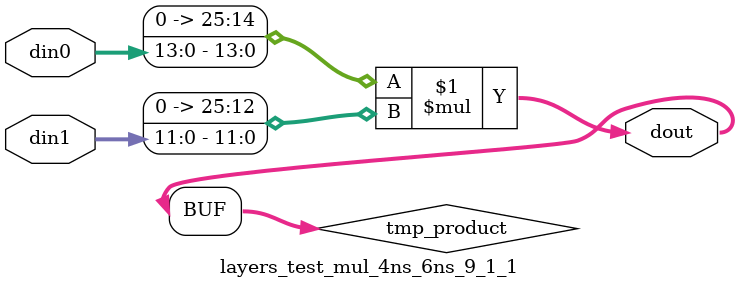
<source format=v>

`timescale 1 ns / 1 ps

 module layers_test_mul_4ns_6ns_9_1_1(din0, din1, dout);
parameter ID = 1;
parameter NUM_STAGE = 0;
parameter din0_WIDTH = 14;
parameter din1_WIDTH = 12;
parameter dout_WIDTH = 26;

input [din0_WIDTH - 1 : 0] din0; 
input [din1_WIDTH - 1 : 0] din1; 
output [dout_WIDTH - 1 : 0] dout;

wire signed [dout_WIDTH - 1 : 0] tmp_product;
























assign tmp_product = $signed({1'b0, din0}) * $signed({1'b0, din1});











assign dout = tmp_product;





















endmodule

</source>
